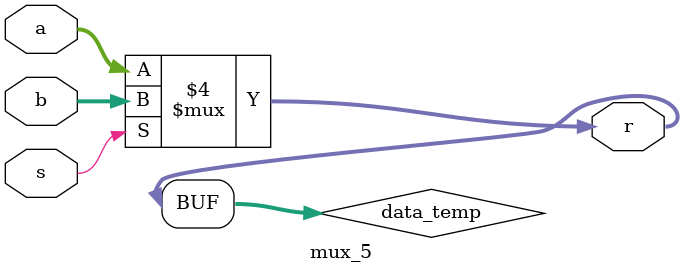
<source format=v>
`timescale 1ns / 1ps
module mux_5(
   input [4:0] a,
	input [4:0] b,
	input  s,
	output [4:0] r
    );
		reg [4:0] data_temp;
		assign r = data_temp;
		always @(a or b or s) begin
			if(s == 1'b0)
				data_temp = a;
			else
				data_temp = b;
		end

endmodule


</source>
